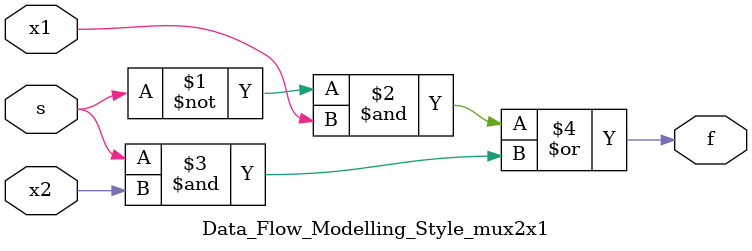
<source format=v>
`timescale 1ns / 1ps

// Author : Venu Pabbuleti 
// ID     : N180116
//Branch  : ECE
//Project : RTL design using Verilog
//Design  : Data Flow Modeling style
//Module  : Data_Flow_Modelling_Style_mux2x1
//RGUKT NUZVID 
//////////////////////////////////////////////////////////////////////////////////


module Data_Flow_Modelling_Style_mux2x1(x1,x2,s,f);
input x1,x2,s;
output f;

assign f = (~s & x1)| (s & x2);
endmodule


</source>
